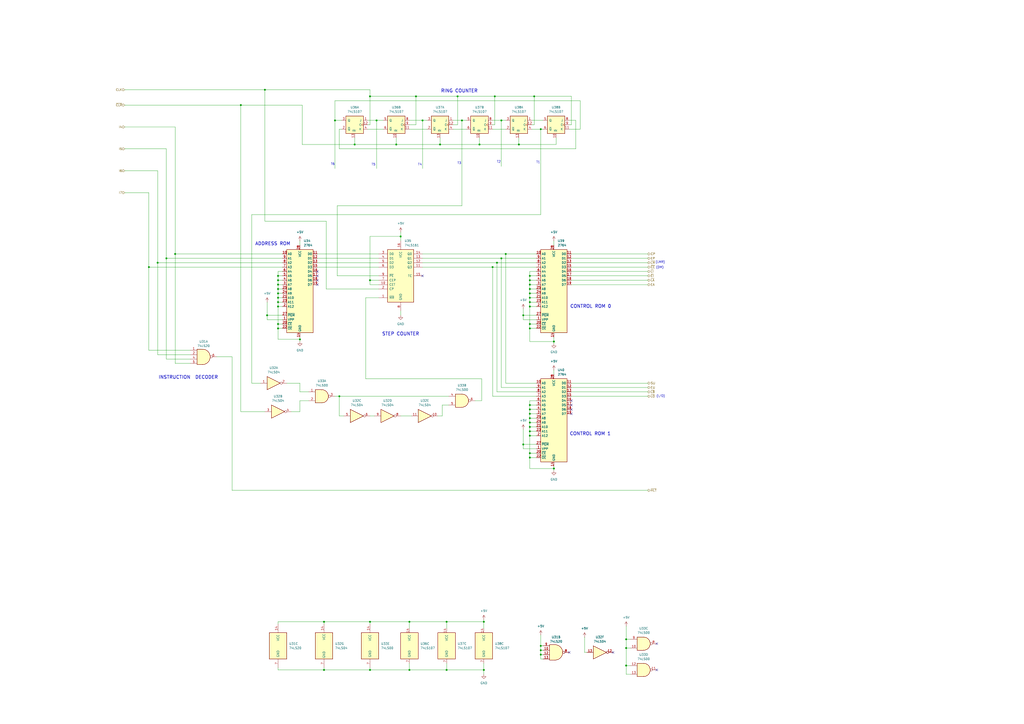
<source format=kicad_sch>
(kicad_sch (version 20231120) (generator "eeschema") (generator_version "8.0")
  (paper "A2")
  (title_block (title "ISAP-1 COMPUTER revision B") (date "2024-11-27") (rev "Version 1") (comment 1 "by Linca Marius Gheorghe") (comment 3 "Control Unit"))
  (lib_symbols
    (symbol "74xx:74LS00" (pin_names (offset 1.016))
      (property "Reference" "U" (at 0 1.27 0))
      (property "Value" "74LS00" (at 0 -1.27 0))
      (symbol "74LS00_1_1"
        (pin input line (at -7.62 2.54 0) (length 3.81) (name "~") (number "1"))
        (pin input line (at -7.62 -2.54 0) (length 3.81) (name "~") (number "2"))
        (pin output inverted (at 7.62 0 180) (length 3.81) (name "~") (number "3"))
      )
      (symbol "74LS00_1_2"
        (pin input inverted (at -7.62 2.54 0) (length 4.318) (name "~") (number "1"))
        (pin input inverted (at -7.62 -2.54 0) (length 4.318) (name "~") (number "2"))
        (pin output line (at 7.62 0 180) (length 3.81) (name "~") (number "3"))
      )
      (symbol "74LS00_2_1"
        (pin input line (at -7.62 2.54 0) (length 3.81) (name "~") (number "4"))
        (pin input line (at -7.62 -2.54 0) (length 3.81) (name "~") (number "5"))
        (pin output inverted (at 7.62 0 180) (length 3.81) (name "~") (number "6"))
      )
      (symbol "74LS00_2_2"
        (pin input inverted (at -7.62 2.54 0) (length 4.318) (name "~") (number "4"))
        (pin input inverted (at -7.62 -2.54 0) (length 4.318) (name "~") (number "5"))
        (pin output line (at 7.62 0 180) (length 3.81) (name "~") (number "6"))
      )
      (symbol "74LS00_3_1"
        (pin input line (at -7.62 -2.54 0) (length 3.81) (name "~") (number "10"))
        (pin output inverted (at 7.62 0 180) (length 3.81) (name "~") (number "8"))
        (pin input line (at -7.62 2.54 0) (length 3.81) (name "~") (number "9"))
      )
      (symbol "74LS00_3_2"
        (pin input inverted (at -7.62 -2.54 0) (length 4.318) (name "~") (number "10"))
        (pin output line (at 7.62 0 180) (length 3.81) (name "~") (number "8"))
        (pin input inverted (at -7.62 2.54 0) (length 4.318) (name "~") (number "9"))
      )
      (symbol "74LS00_4_1"
        (pin output inverted (at 7.62 0 180) (length 3.81) (name "~") (number "11"))
        (pin input line (at -7.62 2.54 0) (length 3.81) (name "~") (number "12"))
        (pin input line (at -7.62 -2.54 0) (length 3.81) (name "~") (number "13"))
      )
      (symbol "74LS00_4_2"
        (pin output line (at 7.62 0 180) (length 3.81) (name "~") (number "11"))
        (pin input inverted (at -7.62 2.54 0) (length 4.318) (name "~") (number "12"))
        (pin input inverted (at -7.62 -2.54 0) (length 4.318) (name "~") (number "13"))
      )
      (symbol "74LS00_5_0"
        (pin power_in line (at 0 12.7 270) (length 5.08) (name "VCC") (number "14"))
        (pin power_in line (at 0 -12.7 90) (length 5.08) (name "GND") (number "7"))
      )
    )
    (symbol "74xx:74LS04"
      (property "Reference" "U" (at 0 1.27 0))
      (property "Value" "74LS04" (at 0 -1.27 0))
      (symbol "74LS04_1_0"
        (pin input line (at -7.62 0 0) (length 3.81) (name "~") (number "1"))
        (pin output inverted (at 7.62 0 180) (length 3.81) (name "~") (number "2"))
      )
      (symbol "74LS04_2_0"
        (pin input line (at -7.62 0 0) (length 3.81) (name "~") (number "3"))
        (pin output inverted (at 7.62 0 180) (length 3.81) (name "~") (number "4"))
      )
      (symbol "74LS04_3_0"
        (pin input line (at -7.62 0 0) (length 3.81) (name "~") (number "5"))
        (pin output inverted (at 7.62 0 180) (length 3.81) (name "~") (number "6"))
      )
      (symbol "74LS04_4_0"
        (pin output inverted (at 7.62 0 180) (length 3.81) (name "~") (number "8"))
        (pin input line (at -7.62 0 0) (length 3.81) (name "~") (number "9"))
      )
      (symbol "74LS04_5_0"
        (pin output inverted (at 7.62 0 180) (length 3.81) (name "~") (number "10"))
        (pin input line (at -7.62 0 0) (length 3.81) (name "~") (number "11"))
      )
      (symbol "74LS04_6_0"
        (pin output inverted (at 7.62 0 180) (length 3.81) (name "~") (number "12"))
        (pin input line (at -7.62 0 0) (length 3.81) (name "~") (number "13"))
      )
      (symbol "74LS04_7_0"
        (pin power_in line (at 0 12.7 270) (length 5.08) (name "VCC") (number "14"))
        (pin power_in line (at 0 -12.7 90) (length 5.08) (name "GND") (number "7"))
      )
    )
    (symbol "74xx:74LS107" (pin_names (offset 1.016))
      (property "Reference" "U" (at -7.62 8.89 0))
      (property "Value" "74LS107" (at -7.62 -8.89 0))
      (symbol "74LS107_1_0"
        (pin input line (at -7.62 2.54 0) (length 2.54) (name "J") (number "1"))
        (pin input clock (at -7.62 0 0) (length 2.54) (name "C") (number "12"))
        (pin input line (at 0 -7.62 90) (length 2.54) (name "~{R}") (number "13"))
        (pin output line (at 7.62 -2.54 180) (length 2.54) (name "~{Q}") (number "2"))
        (pin output line (at 7.62 2.54 180) (length 2.54) (name "Q") (number "3"))
        (pin input line (at -7.62 -2.54 0) (length 2.54) (name "K") (number "4"))
      )
      (symbol "74LS107_2_0"
        (pin input line (at 0 -7.62 90) (length 2.54) (name "~{R}") (number "10"))
        (pin input line (at -7.62 -2.54 0) (length 2.54) (name "K") (number "11"))
        (pin output line (at 7.62 2.54 180) (length 2.54) (name "Q") (number "5"))
        (pin output line (at 7.62 -2.54 180) (length 2.54) (name "~{Q}") (number "6"))
        (pin input line (at -7.62 2.54 0) (length 2.54) (name "J") (number "8"))
        (pin input clock (at -7.62 0 0) (length 2.54) (name "C") (number "9"))
      )
      (symbol "74LS107_3_0"
        (pin power_in line (at 0 10.16 270) (length 2.54) (name "VCC") (number "14"))
        (pin power_in line (at 0 -10.16 90) (length 2.54) (name "GND") (number "7"))
      )
    )
    (symbol "74xx:74LS161" (pin_names (offset 1.016))
      (property "Reference" "U" (at -7.62 16.51 0))
      (property "Value" "74LS161" (at -7.62 -16.51 0))
      (symbol "74LS161_1_0"
        (pin input line (at -12.7 -12.7 0) (length 5.08) (name "~{MR}") (number "1"))
        (pin input line (at -12.7 -5.08 0) (length 5.08) (name "CET") (number "10"))
        (pin output line (at 12.7 5.08 180) (length 5.08) (name "Q3") (number "11"))
        (pin output line (at 12.7 7.62 180) (length 5.08) (name "Q2") (number "12"))
        (pin output line (at 12.7 10.16 180) (length 5.08) (name "Q1") (number "13"))
        (pin output line (at 12.7 12.7 180) (length 5.08) (name "Q0") (number "14"))
        (pin output line (at 12.7 0 180) (length 5.08) (name "TC") (number "15"))
        (pin power_in line (at 0 20.32 270) (length 5.08) (name "VCC") (number "16"))
        (pin input line (at -12.7 -7.62 0) (length 5.08) (name "CP") (number "2"))
        (pin input line (at -12.7 12.7 0) (length 5.08) (name "D0") (number "3"))
        (pin input line (at -12.7 10.16 0) (length 5.08) (name "D1") (number "4"))
        (pin input line (at -12.7 7.62 0) (length 5.08) (name "D2") (number "5"))
        (pin input line (at -12.7 5.08 0) (length 5.08) (name "D3") (number "6"))
        (pin input line (at -12.7 -2.54 0) (length 5.08) (name "CEP") (number "7"))
        (pin power_in line (at 0 -20.32 90) (length 5.08) (name "GND") (number "8"))
        (pin input line (at -12.7 0 0) (length 5.08) (name "~{PE}") (number "9"))
      )
    )
    (symbol "74xx:74LS20" (pin_names (offset 1.016))
      (property "Reference" "U" (at 0 1.27 0))
      (property "Value" "74LS20" (at 0 -1.27 0))
      (symbol "74LS20_1_1"
        (pin input line (at -7.62 3.81 0) (length 3.81) (name "~") (number "1"))
        (pin input line (at -7.62 1.27 0) (length 3.81) (name "~") (number "2"))
        (pin input line (at -7.62 -1.27 0) (length 3.81) (name "~") (number "4"))
        (pin input line (at -7.62 -3.81 0) (length 3.81) (name "~") (number "5"))
        (pin output inverted (at 7.62 0 180) (length 3.81) (name "~") (number "6"))
      )
      (symbol "74LS20_1_2"
        (pin input inverted (at -7.62 3.81 0) (length 3.81) (name "~") (number "1"))
        (pin input inverted (at -7.62 1.27 0) (length 4.826) (name "~") (number "2"))
        (pin input inverted (at -7.62 -1.27 0) (length 4.826) (name "~") (number "4"))
        (pin input inverted (at -7.62 -3.81 0) (length 3.81) (name "~") (number "5"))
        (pin output line (at 7.62 0 180) (length 3.81) (name "~") (number "6"))
      )
      (symbol "74LS20_2_1"
        (pin input line (at -7.62 1.27 0) (length 3.81) (name "~") (number "10"))
        (pin input line (at -7.62 -1.27 0) (length 3.81) (name "~") (number "12"))
        (pin input line (at -7.62 -3.81 0) (length 3.81) (name "~") (number "13"))
        (pin output inverted (at 7.62 0 180) (length 3.81) (name "~") (number "8"))
        (pin input line (at -7.62 3.81 0) (length 3.81) (name "~") (number "9"))
      )
      (symbol "74LS20_2_2"
        (pin input inverted (at -7.62 1.27 0) (length 4.826) (name "~") (number "10"))
        (pin input inverted (at -7.62 -1.27 0) (length 4.826) (name "~") (number "12"))
        (pin input inverted (at -7.62 -3.81 0) (length 3.81) (name "~") (number "13"))
        (pin output line (at 7.62 0 180) (length 3.81) (name "~") (number "8"))
        (pin input inverted (at -7.62 3.81 0) (length 3.81) (name "~") (number "9"))
      )
      (symbol "74LS20_3_0"
        (pin power_in line (at 0 12.7 270) (length 5.08) (name "VCC") (number "14"))
        (pin power_in line (at 0 -12.7 90) (length 5.08) (name "GND") (number "7"))
      )
    )
    (symbol "Memory_EPROM:2764"
      (property "Reference" "U" (at -7.62 24.13 0))
      (property "Value" "2764" (at 2.54 -26.67 0))
      (symbol "2764_1_1"
        (pin input line (at -10.16 -17.78 0) (length 2.54) (name "VPP") (number "1"))
        (pin input line (at -10.16 20.32 0) (length 2.54) (name "A0") (number "10"))
        (pin tri_state line (at 10.16 20.32 180) (length 2.54) (name "D0") (number "11"))
        (pin tri_state line (at 10.16 17.78 180) (length 2.54) (name "D1") (number "12"))
        (pin tri_state line (at 10.16 15.24 180) (length 2.54) (name "D2") (number "13"))
        (pin power_in line (at 0 -27.94 90) (length 2.54) (name "GND") (number "14"))
        (pin tri_state line (at 10.16 12.7 180) (length 2.54) (name "D3") (number "15"))
        (pin tri_state line (at 10.16 10.16 180) (length 2.54) (name "D4") (number "16"))
        (pin tri_state line (at 10.16 7.62 180) (length 2.54) (name "D5") (number "17"))
        (pin tri_state line (at 10.16 5.08 180) (length 2.54) (name "D6") (number "18"))
        (pin tri_state line (at 10.16 2.54 180) (length 2.54) (name "D7") (number "19"))
        (pin input line (at -10.16 -10.16 0) (length 2.54) (name "A12") (number "2"))
        (pin input line (at -10.16 -20.32 0) (length 2.54) (name "~{CE}") (number "20"))
        (pin input line (at -10.16 -5.08 0) (length 2.54) (name "A10") (number "21"))
        (pin input line (at -10.16 -22.86 0) (length 2.54) (name "~{OE}") (number "22"))
        (pin input line (at -10.16 -7.62 0) (length 2.54) (name "A11") (number "23"))
        (pin input line (at -10.16 -2.54 0) (length 2.54) (name "A9") (number "24"))
        (pin input line (at -10.16 0 0) (length 2.54) (name "A8") (number "25"))
        (pin no_connect line (at 7.62 0 180) (length 2.54) hide (name "NC") (number "26"))
        (pin input line (at -10.16 -15.24 0) (length 2.54) (name "~{PGM}") (number "27"))
        (pin power_in line (at 0 25.4 270) (length 2.54) (name "VCC") (number "28"))
        (pin input line (at -10.16 2.54 0) (length 2.54) (name "A7") (number "3"))
        (pin input line (at -10.16 5.08 0) (length 2.54) (name "A6") (number "4"))
        (pin input line (at -10.16 7.62 0) (length 2.54) (name "A5") (number "5"))
        (pin input line (at -10.16 10.16 0) (length 2.54) (name "A4") (number "6"))
        (pin input line (at -10.16 12.7 0) (length 2.54) (name "A3") (number "7"))
        (pin input line (at -10.16 15.24 0) (length 2.54) (name "A2") (number "8"))
        (pin input line (at -10.16 17.78 0) (length 2.54) (name "A1") (number "9"))
      )
    )
    (symbol "power:+5V" (power) (pin_numbers hide) (pin_names (offset 0) hide)
      (property "Value" "+5V" (at 0 3.556 0))
      (symbol "+5V_1_1"
        (pin power_in line (at 0 0 90) (length 0) (name "~") (number "1"))
      )
    )
    (symbol "power:GND" (power) (pin_numbers hide) (pin_names (offset 0) hide)
      (property "Value" "GND" (at 0 -3.81 0))
      (symbol "GND_1_1"
        (pin power_in line (at 0 0 270) (length 0) (name "~") (number "1"))
      )
    )
  )
  (junction (at 300.99 83.82))
  (junction (at 321.31 198.12))
  (junction (at 307.34 237.49))
  (junction (at 232.41 137.16))
  (junction (at 307.34 175.26))
  (junction (at 287.02 55.88))
  (junction (at 214.63 360.68))
  (junction (at 259.08 388.62))
  (junction (at 309.88 55.88))
  (junction (at 307.34 167.64))
  (junction (at 214.63 162.56))
  (junction (at 139.7 60.96))
  (junction (at 245.11 69.85))
  (junction (at 290.83 149.86))
  (junction (at 278.13 83.82))
  (junction (at 161.29 170.18))
  (junction (at 161.29 165.1))
  (junction (at 267.97 69.85))
  (junction (at 303.53 257.81))
  (junction (at 196.85 229.87))
  (junction (at 313.69 74.93))
  (junction (at 290.83 69.85))
  (junction (at 96.52 149.86))
  (junction (at 307.34 250.19))
  (junction (at 161.29 190.5))
  (junction (at 293.37 147.32))
  (junction (at 237.49 388.62))
  (junction (at 265.43 55.88))
  (junction (at 321.31 271.78))
  (junction (at 307.34 177.8))
  (junction (at 303.53 182.88))
  (junction (at 161.29 177.8))
  (junction (at 218.44 69.85))
  (junction (at 161.29 172.72))
  (junction (at 307.34 247.65))
  (junction (at 205.74 83.82))
  (junction (at 307.34 172.72))
  (junction (at 187.96 388.62))
  (junction (at 101.6 147.32))
  (junction (at 259.08 360.68))
  (junction (at 187.96 360.68))
  (junction (at 363.22 375.92))
  (junction (at 307.34 265.43))
  (junction (at 255.27 83.82))
  (junction (at 86.36 154.94))
  (junction (at 280.67 360.68))
  (junction (at 307.34 245.11))
  (junction (at 307.34 252.73))
  (junction (at 91.44 152.4))
  (junction (at 161.29 175.26))
  (junction (at 307.34 165.1))
  (junction (at 363.22 386.08))
  (junction (at 313.69 377.19))
  (junction (at 313.69 379.73))
  (junction (at 307.34 242.57))
  (junction (at 307.34 170.18))
  (junction (at 161.29 187.96))
  (junction (at 307.34 234.95))
  (junction (at 307.34 162.56))
  (junction (at 363.22 370.84))
  (junction (at 194.31 69.85))
  (junction (at 288.29 152.4))
  (junction (at 161.29 160.02))
  (junction (at 161.29 162.56))
  (junction (at 307.34 262.89))
  (junction (at 229.87 83.82))
  (junction (at 280.67 388.62))
  (junction (at 307.34 240.03))
  (junction (at 214.63 55.88))
  (junction (at 237.49 360.68))
  (junction (at 313.69 374.65))
  (junction (at 214.63 388.62))
  (junction (at 154.94 182.88))
  (junction (at 153.67 52.07))
  (junction (at 241.3 55.88))
  (junction (at 161.29 167.64))
  (junction (at 173.99 196.85))
  (junction (at 307.34 187.96))
  (junction (at 285.75 154.94))
  (junction (at 307.34 160.02))
  (junction (at 307.34 190.5))
  (no_connect (at 331.47 234.95))
  (no_connect (at 381 373.38))
  (no_connect (at 331.47 232.41))
  (no_connect (at 381 388.62))
  (no_connect (at 184.15 165.1))
  (no_connect (at 331.47 240.03))
  (no_connect (at 355.6 378.46))
  (no_connect (at 184.15 160.02))
  (no_connect (at 245.11 160.02))
  (no_connect (at 184.15 157.48))
  (no_connect (at 331.47 237.49))
  (no_connect (at 330.2 378.46))
  (no_connect (at 184.15 162.56))
  (wire (pts (xy 241.3 55.88) (xy 265.43 55.88)))
  (wire (pts (xy 214.63 165.1) (xy 214.63 162.56)))
  (wire (pts (xy 262.89 72.39) (xy 265.43 72.39)))
  (wire (pts (xy 307.34 162.56) (xy 307.34 160.02)))
  (wire (pts (xy 307.34 170.18) (xy 307.34 167.64)))
  (wire (pts (xy 163.83 182.88) (xy 154.94 182.88)))
  (wire (pts (xy 311.15 250.19) (xy 307.34 250.19)))
  (wire (pts (xy 163.83 172.72) (xy 161.29 172.72)))
  (wire (pts (xy 293.37 147.32) (xy 311.15 147.32)))
  (wire (pts (xy 184.15 147.32) (xy 219.71 147.32)))
  (wire (pts (xy 307.34 252.73) (xy 307.34 250.19)))
  (wire (pts (xy 331.47 224.79) (xy 375.92 224.79)))
  (wire (pts (xy 287.02 55.88) (xy 265.43 55.88)))
  (wire (pts (xy 285.75 154.94) (xy 311.15 154.94)))
  (wire (pts (xy 173.99 232.41) (xy 173.99 238.76)))
  (wire (pts (xy 101.6 210.82) (xy 110.49 210.82)))
  (wire (pts (xy 275.59 232.41) (xy 279.4 232.41)))
  (wire (pts (xy 72.39 73.66) (xy 101.6 73.66)))
  (wire (pts (xy 311.15 224.79) (xy 290.83 224.79)))
  (wire (pts (xy 72.39 60.96) (xy 139.7 60.96)))
  (wire (pts (xy 154.94 182.88) (xy 154.94 175.26)))
  (wire (pts (xy 173.99 195.58) (xy 173.99 196.85)))
  (wire (pts (xy 363.22 363.22) (xy 363.22 370.84)))
  (wire (pts (xy 237.49 388.62) (xy 259.08 388.62)))
  (wire (pts (xy 363.22 391.16) (xy 363.22 386.08)))
  (wire (pts (xy 173.99 196.85) (xy 173.99 198.12)))
  (wire (pts (xy 189.23 128.27) (xy 153.67 128.27)))
  (wire (pts (xy 189.23 128.27) (xy 189.23 167.64)))
  (wire (pts (xy 161.29 162.56) (xy 161.29 160.02)))
  (wire (pts (xy 163.83 177.8) (xy 161.29 177.8)))
  (wire (pts (xy 365.76 391.16) (xy 363.22 391.16)))
  (wire (pts (xy 146.05 222.25) (xy 146.05 124.46)))
  (wire (pts (xy 175.26 83.82) (xy 205.74 83.82)))
  (wire (pts (xy 173.99 227.33) (xy 179.07 227.33)))
  (wire (pts (xy 290.83 149.86) (xy 311.15 149.86)))
  (wire (pts (xy 139.7 60.96) (xy 175.26 60.96)))
  (wire (pts (xy 308.61 74.93) (xy 313.69 74.93)))
  (wire (pts (xy 161.29 190.5) (xy 161.29 187.96)))
  (wire (pts (xy 309.88 55.88) (xy 309.88 72.39)))
  (wire (pts (xy 237.49 74.93) (xy 247.65 74.93)))
  (wire (pts (xy 184.15 152.4) (xy 219.71 152.4)))
  (wire (pts (xy 307.34 190.5) (xy 307.34 187.96)))
  (wire (pts (xy 322.58 83.82) (xy 300.99 83.82)))
  (wire (pts (xy 219.71 165.1) (xy 214.63 165.1)))
  (wire (pts (xy 187.96 360.68) (xy 214.63 360.68)))
  (wire (pts (xy 262.89 69.85) (xy 267.97 69.85)))
  (wire (pts (xy 213.36 72.39) (xy 214.63 72.39)))
  (wire (pts (xy 311.15 182.88) (xy 303.53 182.88)))
  (wire (pts (xy 321.31 198.12) (xy 307.34 198.12)))
  (wire (pts (xy 259.08 388.62) (xy 280.67 388.62)))
  (wire (pts (xy 214.63 55.88) (xy 241.3 55.88)))
  (wire (pts (xy 331.47 72.39) (xy 331.47 55.88)))
  (wire (pts (xy 262.89 74.93) (xy 270.51 74.93)))
  (wire (pts (xy 313.69 74.93) (xy 314.96 74.93)))
  (wire (pts (xy 300.99 80.01) (xy 300.99 83.82)))
  (wire (pts (xy 194.31 58.42) (xy 336.55 58.42)))
  (wire (pts (xy 161.29 361.95) (xy 161.29 360.68)))
  (wire (pts (xy 331.47 157.48) (xy 375.92 157.48)))
  (wire (pts (xy 125.73 207.01) (xy 134.62 207.01)))
  (wire (pts (xy 321.31 270.51) (xy 321.31 271.78)))
  (wire (pts (xy 161.29 160.02) (xy 163.83 160.02)))
  (wire (pts (xy 256.54 241.3) (xy 254 241.3)))
  (wire (pts (xy 322.58 80.01) (xy 322.58 83.82)))
  (wire (pts (xy 214.63 241.3) (xy 217.17 241.3)))
  (wire (pts (xy 288.29 152.4) (xy 311.15 152.4)))
  (wire (pts (xy 218.44 69.85) (xy 222.25 69.85)))
  (wire (pts (xy 241.3 55.88) (xy 241.3 72.39)))
  (wire (pts (xy 285.75 229.87) (xy 285.75 154.94)))
  (wire (pts (xy 307.34 198.12) (xy 307.34 190.5)))
  (wire (pts (xy 321.31 271.78) (xy 321.31 273.05)))
  (wire (pts (xy 311.15 252.73) (xy 307.34 252.73)))
  (wire (pts (xy 308.61 69.85) (xy 314.96 69.85)))
  (wire (pts (xy 237.49 69.85) (xy 245.11 69.85)))
  (wire (pts (xy 161.29 387.35) (xy 161.29 388.62)))
  (wire (pts (xy 196.85 86.36) (xy 334.01 86.36)))
  (wire (pts (xy 86.36 111.76) (xy 86.36 154.94)))
  (wire (pts (xy 245.11 69.85) (xy 247.65 69.85)))
  (wire (pts (xy 86.36 154.94) (xy 163.83 154.94)))
  (wire (pts (xy 173.99 222.25) (xy 166.37 222.25)))
  (wire (pts (xy 278.13 80.01) (xy 278.13 83.82)))
  (wire (pts (xy 163.83 167.64) (xy 161.29 167.64)))
  (wire (pts (xy 321.31 195.58) (xy 321.31 198.12)))
  (wire (pts (xy 163.83 157.48) (xy 161.29 157.48)))
  (wire (pts (xy 214.63 137.16) (xy 214.63 162.56)))
  (wire (pts (xy 163.83 175.26) (xy 161.29 175.26)))
  (wire (pts (xy 161.29 165.1) (xy 161.29 162.56)))
  (wire (pts (xy 213.36 74.93) (xy 222.25 74.93)))
  (wire (pts (xy 309.88 55.88) (xy 287.02 55.88)))
  (wire (pts (xy 196.85 229.87) (xy 260.35 229.87)))
  (wire (pts (xy 311.15 257.81) (xy 303.53 257.81)))
  (wire (pts (xy 307.34 234.95) (xy 311.15 234.95)))
  (wire (pts (xy 313.69 379.73) (xy 313.69 382.27)))
  (wire (pts (xy 321.31 139.7) (xy 321.31 142.24)))
  (wire (pts (xy 153.67 52.07) (xy 214.63 52.07)))
  (wire (pts (xy 237.49 360.68) (xy 259.08 360.68)))
  (wire (pts (xy 213.36 69.85) (xy 218.44 69.85)))
  (wire (pts (xy 339.09 369.57) (xy 339.09 378.46)))
  (wire (pts (xy 336.55 74.93) (xy 336.55 58.42)))
  (wire (pts (xy 161.29 360.68) (xy 187.96 360.68)))
  (wire (pts (xy 287.02 72.39) (xy 287.02 55.88)))
  (wire (pts (xy 307.34 262.89) (xy 311.15 262.89)))
  (wire (pts (xy 267.97 69.85) (xy 267.97 119.38)))
  (wire (pts (xy 307.34 265.43) (xy 307.34 262.89)))
  (wire (pts (xy 232.41 134.62) (xy 232.41 137.16)))
  (wire (pts (xy 187.96 360.68) (xy 187.96 361.95)))
  (wire (pts (xy 72.39 99.06) (xy 91.44 99.06)))
  (wire (pts (xy 91.44 99.06) (xy 91.44 152.4)))
  (wire (pts (xy 139.7 238.76) (xy 153.67 238.76)))
  (wire (pts (xy 313.69 374.65) (xy 314.96 374.65)))
  (wire (pts (xy 232.41 180.34) (xy 232.41 182.88)))
  (wire (pts (xy 245.11 149.86) (xy 290.83 149.86)))
  (wire (pts (xy 237.49 384.81) (xy 237.49 388.62)))
  (wire (pts (xy 161.29 196.85) (xy 161.29 190.5)))
  (wire (pts (xy 265.43 72.39) (xy 265.43 55.88)))
  (wire (pts (xy 161.29 170.18) (xy 161.29 167.64)))
  (wire (pts (xy 179.07 232.41) (xy 173.99 232.41)))
  (wire (pts (xy 311.15 247.65) (xy 307.34 247.65)))
  (wire (pts (xy 330.2 74.93) (xy 336.55 74.93)))
  (wire (pts (xy 72.39 52.07) (xy 153.67 52.07)))
  (wire (pts (xy 307.34 271.78) (xy 307.34 265.43)))
  (wire (pts (xy 163.83 185.42) (xy 154.94 185.42)))
  (wire (pts (xy 365.76 375.92) (xy 363.22 375.92)))
  (wire (pts (xy 288.29 227.33) (xy 288.29 152.4)))
  (wire (pts (xy 101.6 147.32) (xy 101.6 210.82)))
  (wire (pts (xy 195.58 160.02) (xy 195.58 119.38)))
  (wire (pts (xy 161.29 177.8) (xy 161.29 175.26)))
  (wire (pts (xy 311.15 232.41) (xy 307.34 232.41)))
  (wire (pts (xy 307.34 175.26) (xy 307.34 172.72)))
  (wire (pts (xy 199.39 241.3) (xy 196.85 241.3)))
  (wire (pts (xy 259.08 360.68) (xy 280.67 360.68)))
  (wire (pts (xy 214.63 72.39) (xy 214.63 55.88)))
  (wire (pts (xy 212.09 219.71) (xy 279.4 219.71)))
  (wire (pts (xy 163.83 162.56) (xy 161.29 162.56)))
  (wire (pts (xy 161.29 167.64) (xy 161.29 165.1)))
  (wire (pts (xy 229.87 83.82) (xy 229.87 80.01)))
  (wire (pts (xy 300.99 83.82) (xy 278.13 83.82)))
  (wire (pts (xy 86.36 203.2) (xy 110.49 203.2)))
  (wire (pts (xy 214.63 52.07) (xy 214.63 55.88)))
  (wire (pts (xy 331.47 162.56) (xy 375.92 162.56)))
  (wire (pts (xy 311.15 229.87) (xy 285.75 229.87)))
  (wire (pts (xy 365.76 386.08) (xy 363.22 386.08)))
  (wire (pts (xy 256.54 234.95) (xy 256.54 241.3)))
  (wire (pts (xy 313.69 74.93) (xy 313.69 124.46)))
  (wire (pts (xy 285.75 74.93) (xy 293.37 74.93)))
  (wire (pts (xy 163.83 152.4) (xy 91.44 152.4)))
  (wire (pts (xy 307.34 187.96) (xy 311.15 187.96)))
  (wire (pts (xy 232.41 241.3) (xy 238.76 241.3)))
  (wire (pts (xy 313.69 377.19) (xy 314.96 377.19)))
  (wire (pts (xy 311.15 170.18) (xy 307.34 170.18)))
  (wire (pts (xy 307.34 247.65) (xy 307.34 245.11)))
  (wire (pts (xy 311.15 260.35) (xy 303.53 260.35)))
  (wire (pts (xy 232.41 137.16) (xy 214.63 137.16)))
  (wire (pts (xy 331.47 160.02) (xy 375.92 160.02)))
  (wire (pts (xy 375.92 284.48) (xy 134.62 284.48)))
  (wire (pts (xy 307.34 262.89) (xy 307.34 252.73)))
  (wire (pts (xy 219.71 167.64) (xy 189.23 167.64)))
  (wire (pts (xy 307.34 265.43) (xy 311.15 265.43)))
  (wire (pts (xy 163.83 149.86) (xy 96.52 149.86)))
  (wire (pts (xy 245.11 147.32) (xy 293.37 147.32)))
  (wire (pts (xy 163.83 170.18) (xy 161.29 170.18)))
  (wire (pts (xy 154.94 185.42) (xy 154.94 182.88)))
  (wire (pts (xy 311.15 185.42) (xy 303.53 185.42)))
  (wire (pts (xy 308.61 72.39) (xy 309.88 72.39)))
  (wire (pts (xy 214.63 361.95) (xy 214.63 360.68)))
  (wire (pts (xy 290.83 224.79) (xy 290.83 149.86)))
  (wire (pts (xy 321.31 271.78) (xy 307.34 271.78)))
  (wire (pts (xy 255.27 83.82) (xy 229.87 83.82)))
  (wire (pts (xy 303.53 182.88) (xy 303.53 179.07)))
  (wire (pts (xy 161.29 157.48) (xy 161.29 160.02)))
  (wire (pts (xy 290.83 69.85) (xy 290.83 96.52)))
  (wire (pts (xy 212.09 172.72) (xy 212.09 219.71)))
  (wire (pts (xy 134.62 284.48) (xy 134.62 207.01)))
  (wire (pts (xy 214.63 388.62) (xy 187.96 388.62)))
  (wire (pts (xy 331.47 222.25) (xy 375.92 222.25)))
  (wire (pts (xy 260.35 234.95) (xy 256.54 234.95)))
  (wire (pts (xy 139.7 60.96) (xy 139.7 238.76)))
  (wire (pts (xy 278.13 83.82) (xy 255.27 83.82)))
  (wire (pts (xy 311.15 240.03) (xy 307.34 240.03)))
  (wire (pts (xy 334.01 86.36) (xy 334.01 69.85)))
  (wire (pts (xy 198.12 74.93) (xy 196.85 74.93)))
  (wire (pts (xy 303.53 260.35) (xy 303.53 257.81)))
  (wire (pts (xy 96.52 149.86) (xy 96.52 208.28)))
  (wire (pts (xy 307.34 187.96) (xy 307.34 177.8)))
  (wire (pts (xy 311.15 175.26) (xy 307.34 175.26)))
  (wire (pts (xy 307.34 250.19) (xy 307.34 247.65)))
  (wire (pts (xy 161.29 187.96) (xy 163.83 187.96)))
  (wire (pts (xy 321.31 198.12) (xy 321.31 199.39)))
  (wire (pts (xy 195.58 119.38) (xy 267.97 119.38)))
  (wire (pts (xy 331.47 147.32) (xy 375.92 147.32)))
  (wire (pts (xy 280.67 388.62) (xy 280.67 391.16)))
  (wire (pts (xy 187.96 388.62) (xy 187.96 387.35)))
  (wire (pts (xy 259.08 384.81) (xy 259.08 388.62)))
  (wire (pts (xy 363.22 386.08) (xy 363.22 375.92)))
  (wire (pts (xy 307.34 190.5) (xy 311.15 190.5)))
  (wire (pts (xy 313.69 377.19) (xy 313.69 379.73)))
  (wire (pts (xy 161.29 190.5) (xy 163.83 190.5)))
  (wire (pts (xy 205.74 80.01) (xy 205.74 83.82)))
  (wire (pts (xy 153.67 128.27) (xy 153.67 52.07)))
  (wire (pts (xy 146.05 124.46) (xy 313.69 124.46)))
  (wire (pts (xy 330.2 72.39) (xy 331.47 72.39)))
  (wire (pts (xy 309.88 55.88) (xy 331.47 55.88)))
  (wire (pts (xy 96.52 208.28) (xy 110.49 208.28)))
  (wire (pts (xy 279.4 219.71) (xy 279.4 232.41)))
  (wire (pts (xy 218.44 69.85) (xy 218.44 97.79)))
  (wire (pts (xy 86.36 154.94) (xy 86.36 203.2)))
  (wire (pts (xy 195.58 160.02) (xy 219.71 160.02)))
  (wire (pts (xy 72.39 86.36) (xy 96.52 86.36)))
  (wire (pts (xy 363.22 375.92) (xy 363.22 370.84)))
  (wire (pts (xy 163.83 165.1) (xy 161.29 165.1)))
  (wire (pts (xy 303.53 257.81) (xy 303.53 248.92)))
  (wire (pts (xy 173.99 238.76) (xy 168.91 238.76)))
  (wire (pts (xy 91.44 205.74) (xy 110.49 205.74)))
  (wire (pts (xy 307.34 240.03) (xy 307.34 237.49)))
  (wire (pts (xy 311.15 165.1) (xy 307.34 165.1)))
  (wire (pts (xy 311.15 227.33) (xy 288.29 227.33)))
  (wire (pts (xy 194.31 69.85) (xy 194.31 97.79)))
  (wire (pts (xy 280.67 384.81) (xy 280.67 388.62)))
  (wire (pts (xy 290.83 69.85) (xy 293.37 69.85)))
  (wire (pts (xy 175.26 60.96) (xy 175.26 83.82)))
  (wire (pts (xy 219.71 172.72) (xy 212.09 172.72)))
  (wire (pts (xy 214.63 388.62) (xy 237.49 388.62)))
  (wire (pts (xy 311.15 242.57) (xy 307.34 242.57)))
  (wire (pts (xy 184.15 154.94) (xy 219.71 154.94)))
  (wire (pts (xy 161.29 172.72) (xy 161.29 170.18)))
  (wire (pts (xy 307.34 242.57) (xy 307.34 240.03)))
  (wire (pts (xy 307.34 177.8) (xy 307.34 175.26)))
  (wire (pts (xy 194.31 229.87) (xy 196.85 229.87)))
  (wire (pts (xy 237.49 360.68) (xy 237.49 364.49)))
  (wire (pts (xy 285.75 72.39) (xy 287.02 72.39)))
  (wire (pts (xy 285.75 69.85) (xy 290.83 69.85)))
  (wire (pts (xy 311.15 167.64) (xy 307.34 167.64)))
  (wire (pts (xy 311.15 237.49) (xy 307.34 237.49)))
  (wire (pts (xy 330.2 69.85) (xy 334.01 69.85)))
  (wire (pts (xy 255.27 80.01) (xy 255.27 83.82)))
  (wire (pts (xy 198.12 69.85) (xy 194.31 69.85)))
  (wire (pts (xy 280.67 359.41) (xy 280.67 360.68)))
  (wire (pts (xy 307.34 157.48) (xy 307.34 160.02)))
  (wire (pts (xy 173.99 139.7) (xy 173.99 142.24)))
  (wire (pts (xy 194.31 69.85) (xy 194.31 58.42)))
  (wire (pts (xy 161.29 175.26) (xy 161.29 172.72)))
  (wire (pts (xy 173.99 196.85) (xy 161.29 196.85)))
  (wire (pts (xy 313.69 379.73) (xy 314.96 379.73)))
  (wire (pts (xy 91.44 152.4) (xy 91.44 205.74)))
  (wire (pts (xy 363.22 370.84) (xy 365.76 370.84)))
  (wire (pts (xy 214.63 387.35) (xy 214.63 388.62)))
  (wire (pts (xy 321.31 214.63) (xy 321.31 217.17)))
  (wire (pts (xy 184.15 149.86) (xy 219.71 149.86)))
  (wire (pts (xy 311.15 172.72) (xy 307.34 172.72)))
  (wire (pts (xy 205.74 83.82) (xy 229.87 83.82)))
  (wire (pts (xy 331.47 229.87) (xy 375.92 229.87)))
  (wire (pts (xy 307.34 167.64) (xy 307.34 165.1)))
  (wire (pts (xy 311.15 245.11) (xy 307.34 245.11)))
  (wire (pts (xy 331.47 227.33) (xy 375.92 227.33)))
  (wire (pts (xy 72.39 111.76) (xy 86.36 111.76)))
  (wire (pts (xy 311.15 157.48) (xy 307.34 157.48)))
  (wire (pts (xy 163.83 147.32) (xy 101.6 147.32)))
  (wire (pts (xy 267.97 69.85) (xy 270.51 69.85)))
  (wire (pts (xy 214.63 360.68) (xy 237.49 360.68)))
  (wire (pts (xy 232.41 137.16) (xy 232.41 139.7)))
  (wire (pts (xy 280.67 360.68) (xy 280.67 364.49)))
  (wire (pts (xy 313.69 368.3) (xy 313.69 374.65)))
  (wire (pts (xy 196.85 241.3) (xy 196.85 229.87)))
  (wire (pts (xy 214.63 162.56) (xy 219.71 162.56)))
  (wire (pts (xy 173.99 227.33) (xy 173.99 222.25)))
  (wire (pts (xy 331.47 165.1) (xy 375.92 165.1)))
  (wire (pts (xy 245.11 152.4) (xy 288.29 152.4)))
  (wire (pts (xy 331.47 152.4) (xy 375.92 152.4)))
  (wire (pts (xy 331.47 149.86) (xy 375.92 149.86)))
  (wire (pts (xy 245.11 69.85) (xy 245.11 97.79)))
  (wire (pts (xy 307.34 232.41) (xy 307.34 234.95)))
  (wire (pts (xy 303.53 185.42) (xy 303.53 182.88)))
  (wire (pts (xy 307.34 165.1) (xy 307.34 162.56)))
  (wire (pts (xy 146.05 222.25) (xy 151.13 222.25)))
  (wire (pts (xy 161.29 187.96) (xy 161.29 177.8)))
  (wire (pts (xy 307.34 160.02) (xy 311.15 160.02)))
  (wire (pts (xy 307.34 172.72) (xy 307.34 170.18)))
  (wire (pts (xy 313.69 374.65) (xy 313.69 377.19)))
  (wire (pts (xy 293.37 222.25) (xy 293.37 147.32)))
  (wire (pts (xy 331.47 154.94) (xy 375.92 154.94)))
  (wire (pts (xy 307.34 237.49) (xy 307.34 234.95)))
  (wire (pts (xy 307.34 245.11) (xy 307.34 242.57)))
  (wire (pts (xy 259.08 360.68) (xy 259.08 364.49)))
  (wire (pts (xy 311.15 177.8) (xy 307.34 177.8)))
  (wire (pts (xy 311.15 162.56) (xy 307.34 162.56)))
  (wire (pts (xy 339.09 378.46) (xy 340.36 378.46)))
  (wire (pts (xy 196.85 74.93) (xy 196.85 86.36)))
  (wire (pts (xy 313.69 382.27) (xy 314.96 382.27)))
  (wire (pts (xy 96.52 86.36) (xy 96.52 149.86)))
  (wire (pts (xy 311.15 222.25) (xy 293.37 222.25)))
  (wire (pts (xy 245.11 154.94) (xy 285.75 154.94)))
  (wire (pts (xy 161.29 388.62) (xy 187.96 388.62)))
  (wire (pts (xy 101.6 73.66) (xy 101.6 147.32)))
  (wire (pts (xy 237.49 72.39) (xy 241.3 72.39)))
  (text "T6" (at 193.04 95.25 0) (effects (font (size 1.27 1.27))))
  (text "(DM)" (at 382.778 155.194 0) (effects (font (size 1.27 1.27))))
  (text "STEP COUNTER" (at 232.41 193.802 0) (effects (font (size 1.905 1.905) (thickness 0.254) (bold yes))))
  (text "CONTROL ROM 0" (at 342.646 177.8 0) (effects (font (size 1.905 1.905) (thickness 0.254) (bold yes))))
  (text "CONTROL ROM 1" (at 342.392 251.714 0) (effects (font (size 1.905 1.905) (thickness 0.254) (bold yes))))
  (text "(LMR)" (at 383.032 152.146 0) (effects (font (size 1.27 1.27))))
  (text "T1" (at 312.166 94.234 0) (effects (font (size 1.27 1.27))))
  (text "(I/O)" (at 383.286 229.87 0) (effects (font (size 1.27 1.27))))
  (text "T4" (at 243.586 95.504 0) (effects (font (size 1.27 1.27))))
  (text "ADDRESS ROM" (at 158.242 141.478 0) (effects (font (size 1.905 1.905) (thickness 0.254) (bold yes))))
  (text "T2" (at 289.306 93.98 0) (effects (font (size 1.27 1.27))))
  (text "INSTRUCTION  DECODER" (at 109.22 218.948 0) (effects (font (size 1.905 1.905) (thickness 0.254) (bold yes))))
  (text "T3" (at 266.446 94.742 0) (effects (font (size 1.27 1.27))))
  (text "RING COUNTER" (at 266.446 52.832 0) (effects (font (size 1.905 1.905) (thickness 0.254) (bold yes))))
  (text "T5" (at 216.662 95.504 0) (effects (font (size 1.27 1.27))))
  (hierarchical_label "I4" (shape input) (at 72.39 73.66 180))
  (hierarchical_label "~{LB}" (shape output) (at 375.92 227.33 0))
  (hierarchical_label "~{LM}" (shape output) (at 375.92 152.4 0))
  (hierarchical_label "SU" (shape output) (at 375.92 222.25 0))
  (hierarchical_label "~{HLT}" (shape output) (at 375.92 284.48 0))
  (hierarchical_label "EU" (shape output) (at 375.92 224.79 0))
  (hierarchical_label "CP" (shape output) (at 375.92 147.32 0))
  (hierarchical_label "EP" (shape output) (at 375.92 149.86 0))
  (hierarchical_label "EA" (shape output) (at 375.92 165.1 0))
  (hierarchical_label "CLK" (shape input) (at 72.39 52.07 180))
  (hierarchical_label "~{CLR}" (shape input) (at 72.39 60.96 180))
  (hierarchical_label "I6" (shape input) (at 72.39 99.06 180))
  (hierarchical_label "~{LO}" (shape output) (at 375.92 229.87 0))
  (hierarchical_label "I5" (shape input) (at 72.39 86.36 180))
  (hierarchical_label "~{EI}" (shape output) (at 375.92 160.02 0))
  (hierarchical_label "~{LA}" (shape output) (at 375.92 162.56 0))
  (hierarchical_label "~{CE}" (shape output) (at 375.92 154.94 0))
  (hierarchical_label "~{LI}" (shape output) (at 375.92 157.48 0))
  (hierarchical_label "I7" (shape input) (at 72.39 111.76 180))
  (symbol (lib_id "power:GND") (at 280.67 391.16 0) (unit 1)
    (property "Reference" "#PWR062" (effects (hide yes)))
    (property "Value" "GND" (at 280.67 396.24 0))
    (property "Description" "Power symbol creates a global label with name \"GND\" , ground" (effects (hide yes)))
  )
  (symbol (lib_id "Memory_EPROM:2764") (at 321.31 242.57 0) (unit 1)
    (property "Reference" "U40" (at 323.5041 214.63 0) (effects (justify left)))
    (property "Value" "2764" (at 323.5041 217.17 0) (effects (justify left)))
    (property "Footprint" "Package_DIP:DIP-28_W15.24mm" (effects (hide yes)))
    (property "Datasheet" "https://downloads.reactivemicro.com/Electronics/ROM/2764%20EPROM.pdf" (effects (hide yes)))
    (property "Description" "EPROM 64 KiBit, [Obsolete 2000-11]" (effects (hide yes)))
  )
  (symbol (lib_id "power:+5V") (at 303.53 248.92 0) (unit 1)
    (property "Reference" "#PWR066" (effects (hide yes)))
    (property "Value" "+5V" (at 303.53 243.84 0))
    (property "Description" "Power symbol creates a global label with name \"+5V\"" (effects (hide yes)))
  )
  (symbol (lib_id "74xx:74LS04") (at 347.98 378.46 0) (unit 6)
    (property "Reference" "U32" (at 347.98 369.57 0))
    (property "Value" "74LS04" (at 347.98 372.11 0))
    (property "Footprint" "Package_DIP:DIP-14_W7.62mm" (effects (hide yes)))
    (property "Datasheet" "http://www.ti.com/lit/gpn/sn74LS04" (effects (hide yes)))
    (property "Description" "Hex Inverter" (effects (hide yes)))
  )
  (symbol (lib_id "74xx:74LS20") (at 161.29 374.65 0) (unit 3)
    (property "Reference" "U31" (at 167.64 373.3799 0) (effects (justify left)))
    (property "Value" "74LS20" (at 167.64 375.9199 0) (effects (justify left)))
    (property "Footprint" "Package_DIP:DIP-14_W7.62mm" (effects (hide yes)))
    (property "Datasheet" "http://www.ti.com/lit/gpn/sn74LS20" (effects (hide yes)))
    (property "Description" "Dual 4-input NAND" (effects (hide yes)))
  )
  (symbol (lib_id "74xx:74LS00") (at 373.38 373.38 0) (unit 3)
    (property "Reference" "U33" (at 373.3717 364.49 0))
    (property "Value" "74LS00" (at 373.3717 367.03 0))
    (property "Footprint" "Package_DIP:DIP-14_W7.62mm" (effects (hide yes)))
    (property "Datasheet" "http://www.ti.com/lit/gpn/sn74ls00" (effects (hide yes)))
    (property "Description" "quad 2-input NAND gate" (effects (hide yes)))
  )
  (symbol (lib_id "74xx:74LS20") (at 118.11 207.01 0) (unit 1)
    (property "Reference" "U31" (at 118.1003 198.12 0))
    (property "Value" "74LS20" (at 118.1003 200.66 0))
    (property "Footprint" "Package_DIP:DIP-14_W7.62mm" (effects (hide yes)))
    (property "Datasheet" "http://www.ti.com/lit/gpn/sn74LS20" (effects (hide yes)))
    (property "Description" "Dual 4-input NAND" (effects (hide yes)))
  )
  (symbol (lib_id "power:GND") (at 173.99 198.12 0) (unit 1)
    (property "Reference" "#PWR050" (effects (hide yes)))
    (property "Value" "GND" (at 173.99 203.2 0))
    (property "Description" "Power symbol creates a global label with name \"GND\" , ground" (effects (hide yes)))
  )
  (symbol (lib_id "power:GND") (at 321.31 273.05 0) (unit 1)
    (property "Reference" "#PWR065" (effects (hide yes)))
    (property "Value" "GND" (at 321.31 278.13 0))
    (property "Description" "Power symbol creates a global label with name \"GND\" , ground" (effects (hide yes)))
  )
  (symbol (lib_id "74xx:74LS00") (at 373.38 388.62 0) (unit 4)
    (property "Reference" "U33" (at 373.3717 379.73 0))
    (property "Value" "74LS00" (at 373.3717 382.27 0))
    (property "Footprint" "Package_DIP:DIP-14_W7.62mm" (effects (hide yes)))
    (property "Datasheet" "http://www.ti.com/lit/gpn/sn74ls00" (effects (hide yes)))
    (property "Description" "quad 2-input NAND gate" (effects (hide yes)))
  )
  (symbol (lib_id "74xx:74LS04") (at 158.75 222.25 0) (unit 1)
    (property "Reference" "U32" (at 158.75 213.36 0))
    (property "Value" "74LS04" (at 158.75 215.9 0))
    (property "Footprint" "Package_DIP:DIP-14_W7.62mm" (effects (hide yes)))
    (property "Datasheet" "http://www.ti.com/lit/gpn/sn74LS04" (effects (hide yes)))
    (property "Description" "Hex Inverter" (effects (hide yes)))
  )
  (symbol (lib_id "Memory_EPROM:2764") (at 173.99 167.64 0) (unit 1)
    (property "Reference" "U34" (at 176.1841 139.7 0) (effects (justify left)))
    (property "Value" "2764" (at 176.1841 142.24 0) (effects (justify left)))
    (property "Footprint" "Package_DIP:DIP-28_W15.24mm" (effects (hide yes)))
    (property "Datasheet" "https://downloads.reactivemicro.com/Electronics/ROM/2764%20EPROM.pdf" (effects (hide yes)))
    (property "Description" "EPROM 64 KiBit, [Obsolete 2000-11]" (effects (hide yes)))
  )
  (symbol (lib_id "power:+5V") (at 313.69 368.3 0) (unit 1)
    (property "Reference" "#PWR070" (effects (hide yes)))
    (property "Value" "+5V" (at 313.69 363.22 0))
    (property "Description" "Power symbol creates a global label with name \"+5V\"" (effects (hide yes)))
  )
  (symbol (lib_id "power:GND") (at 321.31 199.39 0) (unit 1)
    (property "Reference" "#PWR064" (effects (hide yes)))
    (property "Value" "GND" (at 321.31 204.216 0))
    (property "Description" "Power symbol creates a global label with name \"GND\" , ground" (effects (hide yes)))
  )
  (symbol (lib_id "74xx:74LS107") (at 255.27 72.39 0) (mirror y) (unit 1)
    (property "Reference" "U37" (at 255.27 62.23 0))
    (property "Value" "74LS107" (at 255.27 64.77 0))
    (property "Footprint" "Package_DIP:DIP-14_W7.62mm_LongPads" (effects (hide yes)))
    (property "Datasheet" "http://www.ti.com/lit/gpn/sn74LS107" (effects (hide yes)))
    (property "Description" "Dual JK Flip-Flop, reset" (effects (hide yes)))
  )
  (symbol (lib_id "74xx:74LS107") (at 280.67 374.65 0) (unit 3)
    (property "Reference" "U38" (at 287.02 373.3799 0) (effects (justify left)))
    (property "Value" "74LS107" (at 287.02 375.9199 0) (effects (justify left)))
    (property "Footprint" "Package_DIP:DIP-14_W7.62mm_LongPads" (effects (hide yes)))
    (property "Datasheet" "http://www.ti.com/lit/gpn/sn74LS107" (effects (hide yes)))
    (property "Description" "Dual JK Flip-Flop, reset" (effects (hide yes)))
  )
  (symbol (lib_id "74xx:74LS107") (at 259.08 374.65 0) (unit 3)
    (property "Reference" "U37" (at 265.43 373.3799 0) (effects (justify left)))
    (property "Value" "74LS107" (at 265.43 375.9199 0) (effects (justify left)))
    (property "Footprint" "Package_DIP:DIP-14_W7.62mm_LongPads" (effects (hide yes)))
    (property "Datasheet" "http://www.ti.com/lit/gpn/sn74LS107" (effects (hide yes)))
    (property "Description" "Dual JK Flip-Flop, reset" (effects (hide yes)))
  )
  (symbol (lib_id "74xx:74LS107") (at 205.74 72.39 0) (mirror y) (unit 1)
    (property "Reference" "U36" (at 205.74 62.23 0))
    (property "Value" "74LS107" (at 205.74 64.77 0))
    (property "Footprint" "Package_DIP:DIP-14_W7.62mm_LongPads" (effects (hide yes)))
    (property "Datasheet" "http://www.ti.com/lit/gpn/sn74LS107" (effects (hide yes)))
    (property "Description" "Dual JK Flip-Flop, reset" (effects (hide yes)))
  )
  (symbol (lib_id "74xx:74LS04") (at 187.96 374.65 0) (unit 7)
    (property "Reference" "U32" (at 194.31 373.3799 0) (effects (justify left)))
    (property "Value" "74LS04" (at 194.31 375.9199 0) (effects (justify left)))
    (property "Footprint" "Package_DIP:DIP-14_W7.62mm" (effects (hide yes)))
    (property "Datasheet" "http://www.ti.com/lit/gpn/sn74LS04" (effects (hide yes)))
    (property "Description" "Hex Inverter" (effects (hide yes)))
  )
  (symbol (lib_id "74xx:74LS20") (at 322.58 378.46 0) (unit 2)
    (property "Reference" "U31" (at 322.5703 369.57 0))
    (property "Value" "74LS20" (at 322.5703 372.11 0))
    (property "Footprint" "Package_DIP:DIP-14_W7.62mm" (effects (hide yes)))
    (property "Datasheet" "http://www.ti.com/lit/gpn/sn74LS20" (effects (hide yes)))
    (property "Description" "Dual 4-input NAND" (effects (hide yes)))
  )
  (symbol (lib_id "power:GND") (at 232.41 182.88 0) (unit 1)
    (property "Reference" "#PWR04" (effects (hide yes)))
    (property "Value" "GND" (at 232.41 187.96 0))
    (property "Description" "Power symbol creates a global label with name \"GND\" , ground" (effects (hide yes)))
  )
  (symbol (lib_id "power:+5V") (at 232.41 134.62 0) (unit 1)
    (property "Reference" "#PWR053" (effects (hide yes)))
    (property "Value" "+5V" (at 232.41 129.54 0))
    (property "Description" "Power symbol creates a global label with name \"+5V\"" (effects (hide yes)))
  )
  (symbol (lib_id "74xx:74LS107") (at 278.13 72.39 0) (mirror y) (unit 2)
    (property "Reference" "U37" (at 278.13 62.23 0))
    (property "Value" "74LS107" (at 278.13 64.77 0))
    (property "Footprint" "Package_DIP:DIP-14_W7.62mm_LongPads" (effects (hide yes)))
    (property "Datasheet" "http://www.ti.com/lit/gpn/sn74LS107" (effects (hide yes)))
    (property "Description" "Dual JK Flip-Flop, reset" (effects (hide yes)))
  )
  (symbol (lib_id "power:+5V") (at 173.99 139.7 0) (unit 1)
    (property "Reference" "#PWR052" (effects (hide yes)))
    (property "Value" "+5V" (at 173.99 134.62 0))
    (property "Description" "Power symbol creates a global label with name \"+5V\"" (effects (hide yes)))
  )
  (symbol (lib_id "74xx:74LS04") (at 246.38 241.3 0) (unit 5)
    (property "Reference" "U32" (at 246.38 232.41 0))
    (property "Value" "74LS04" (at 246.38 234.95 0))
    (property "Footprint" "Package_DIP:DIP-14_W7.62mm" (effects (hide yes)))
    (property "Datasheet" "http://www.ti.com/lit/gpn/sn74LS04" (effects (hide yes)))
    (property "Description" "Hex Inverter" (effects (hide yes)))
  )
  (symbol (lib_id "power:+5V") (at 303.53 179.07 0) (unit 1)
    (property "Reference" "#PWR067" (effects (hide yes)))
    (property "Value" "+5V" (at 303.53 173.99 0))
    (property "Description" "Power symbol creates a global label with name \"+5V\"" (effects (hide yes)))
  )
  (symbol (lib_id "74xx:74LS107") (at 322.58 72.39 0) (mirror y) (unit 2)
    (property "Reference" "U38" (at 322.58 62.23 0))
    (property "Value" "74LS107" (at 322.58 64.77 0))
    (property "Footprint" "Package_DIP:DIP-14_W7.62mm_LongPads" (effects (hide yes)))
    (property "Datasheet" "http://www.ti.com/lit/gpn/sn74LS107" (effects (hide yes)))
    (property "Description" "Dual JK Flip-Flop, reset" (effects (hide yes)))
  )
  (symbol (lib_id "74xx:74LS161") (at 232.41 160.02 0) (unit 1)
    (property "Reference" "U35" (at 234.6041 139.7 0) (effects (justify left)))
    (property "Value" "74LS161" (at 234.6041 142.24 0) (effects (justify left)))
    (property "Footprint" "Package_DIP:DIP-16_W7.62mm" (effects (hide yes)))
    (property "Datasheet" "http://www.ti.com/lit/gpn/sn74LS161" (effects (hide yes)))
    (property "Description" "Synchronous 4-bit programmable binary Counter" (effects (hide yes)))
  )
  (symbol (lib_id "74xx:74LS04") (at 207.01 241.3 0) (unit 3)
    (property "Reference" "U32" (at 207.01 232.41 0))
    (property "Value" "74LS04" (at 207.01 234.95 0))
    (property "Footprint" "Package_DIP:DIP-14_W7.62mm" (effects (hide yes)))
    (property "Datasheet" "http://www.ti.com/lit/gpn/sn74LS04" (effects (hide yes)))
    (property "Description" "Hex Inverter" (effects (hide yes)))
  )
  (symbol (lib_id "74xx:74LS107") (at 237.49 374.65 0) (unit 3)
    (property "Reference" "U36" (at 243.84 373.3799 0) (effects (justify left)))
    (property "Value" "74LS107" (at 243.84 375.9199 0) (effects (justify left)))
    (property "Footprint" "Package_DIP:DIP-14_W7.62mm_LongPads" (effects (hide yes)))
    (property "Datasheet" "http://www.ti.com/lit/gpn/sn74LS107" (effects (hide yes)))
    (property "Description" "Dual JK Flip-Flop, reset" (effects (hide yes)))
  )
  (symbol (lib_id "74xx:74LS04") (at 161.29 238.76 0) (unit 2)
    (property "Reference" "U32" (at 161.29 229.87 0))
    (property "Value" "74LS04" (at 161.29 232.41 0))
    (property "Footprint" "Package_DIP:DIP-14_W7.62mm" (effects (hide yes)))
    (property "Datasheet" "http://www.ti.com/lit/gpn/sn74LS04" (effects (hide yes)))
    (property "Description" "Hex Inverter" (effects (hide yes)))
  )
  (symbol (lib_id "power:+5V") (at 363.22 363.22 0) (unit 1)
    (property "Reference" "#PWR073" (effects (hide yes)))
    (property "Value" "+5V" (at 363.22 358.14 0))
    (property "Description" "Power symbol creates a global label with name \"+5V\"" (effects (hide yes)))
  )
  (symbol (lib_id "74xx:74LS107") (at 300.99 72.39 0) (mirror y) (unit 1)
    (property "Reference" "U38" (at 300.99 62.23 0))
    (property "Value" "74LS107" (at 300.99 64.77 0))
    (property "Footprint" "Package_DIP:DIP-14_W7.62mm_LongPads" (effects (hide yes)))
    (property "Datasheet" "http://www.ti.com/lit/gpn/sn74LS107" (effects (hide yes)))
    (property "Description" "Dual JK Flip-Flop, reset" (effects (hide yes)))
  )
  (symbol (lib_id "74xx:74LS00") (at 186.69 229.87 0) (unit 1)
    (property "Reference" "U33" (at 186.6817 220.98 0))
    (property "Value" "74LS00" (at 186.6817 223.52 0))
    (property "Footprint" "Package_DIP:DIP-14_W7.62mm" (effects (hide yes)))
    (property "Datasheet" "http://www.ti.com/lit/gpn/sn74ls00" (effects (hide yes)))
    (property "Description" "quad 2-input NAND gate" (effects (hide yes)))
  )
  (symbol (lib_id "74xx:74LS107") (at 229.87 72.39 0) (mirror y) (unit 2)
    (property "Reference" "U36" (at 229.87 62.23 0))
    (property "Value" "74LS107" (at 229.87 64.77 0))
    (property "Footprint" "Package_DIP:DIP-14_W7.62mm_LongPads" (effects (hide yes)))
    (property "Datasheet" "http://www.ti.com/lit/gpn/sn74LS107" (effects (hide yes)))
    (property "Description" "Dual JK Flip-Flop, reset" (effects (hide yes)))
  )
  (symbol (lib_id "Memory_EPROM:2764") (at 321.31 167.64 0) (unit 1)
    (property "Reference" "U39" (at 323.5041 139.7 0) (effects (justify left)))
    (property "Value" "2764" (at 323.5041 142.24 0) (effects (justify left)))
    (property "Footprint" "Package_DIP:DIP-28_W15.24mm" (effects (hide yes)))
    (property "Datasheet" "https://downloads.reactivemicro.com/Electronics/ROM/2764%20EPROM.pdf" (effects (hide yes)))
    (property "Description" "EPROM 64 KiBit, [Obsolete 2000-11]" (effects (hide yes)))
  )
  (symbol (lib_id "power:+5V") (at 154.94 175.26 0) (unit 1)
    (property "Reference" "#PWR051" (effects (hide yes)))
    (property "Value" "+5V" (at 154.94 170.18 0))
    (property "Description" "Power symbol creates a global label with name \"+5V\"" (effects (hide yes)))
  )
  (symbol (lib_id "74xx:74LS00") (at 214.63 374.65 0) (unit 5)
    (property "Reference" "U33" (at 220.98 373.3799 0) (effects (justify left)))
    (property "Value" "74LS00" (at 220.98 375.9199 0) (effects (justify left)))
    (property "Footprint" "Package_DIP:DIP-14_W7.62mm" (effects (hide yes)))
    (property "Datasheet" "http://www.ti.com/lit/gpn/sn74ls00" (effects (hide yes)))
    (property "Description" "quad 2-input NAND gate" (effects (hide yes)))
  )
  (symbol (lib_id "74xx:74LS00") (at 267.97 232.41 0) (unit 2)
    (property "Reference" "U33" (at 267.9617 223.52 0))
    (property "Value" "74LS00" (at 267.9617 226.06 0))
    (property "Footprint" "Package_DIP:DIP-14_W7.62mm" (effects (hide yes)))
    (property "Datasheet" "http://www.ti.com/lit/gpn/sn74ls00" (effects (hide yes)))
    (property "Description" "quad 2-input NAND gate" (effects (hide yes)))
  )
  (symbol (lib_id "power:+5V") (at 321.31 139.7 0) (unit 1)
    (property "Reference" "#PWR054" (effects (hide yes)))
    (property "Value" "+5V" (at 321.31 134.62 0))
    (property "Description" "Power symbol creates a global label with name \"+5V\"" (effects (hide yes)))
  )
  (symbol (lib_id "power:+5V") (at 321.31 214.63 0) (unit 1)
    (property "Reference" "#PWR055" (effects (hide yes)))
    (property "Value" "+5V" (at 321.31 209.55 0))
    (property "Description" "Power symbol creates a global label with name \"+5V\"" (effects (hide yes)))
  )
  (symbol (lib_id "74xx:74LS04") (at 224.79 241.3 0) (unit 4)
    (property "Reference" "U32" (at 224.79 232.41 0))
    (property "Value" "74LS04" (at 224.79 234.95 0))
    (property "Footprint" "Package_DIP:DIP-14_W7.62mm" (effects (hide yes)))
    (property "Datasheet" "http://www.ti.com/lit/gpn/sn74LS04" (effects (hide yes)))
    (property "Description" "Hex Inverter" (effects (hide yes)))
  )
  (symbol (lib_id "power:+5V") (at 339.09 369.57 0) (unit 1)
    (property "Reference" "#PWR071" (effects (hide yes)))
    (property "Value" "+5V" (at 339.09 364.49 0))
    (property "Description" "Power symbol creates a global label with name \"+5V\"" (effects (hide yes)))
  )
  (symbol (lib_id "power:+5V") (at 280.67 359.41 0) (unit 1)
    (property "Reference" "#PWR069" (effects (hide yes)))
    (property "Value" "+5V" (at 280.67 354.33 0))
    (property "Description" "Power symbol creates a global label with name \"+5V\"" (effects (hide yes)))
  )
)
</source>
